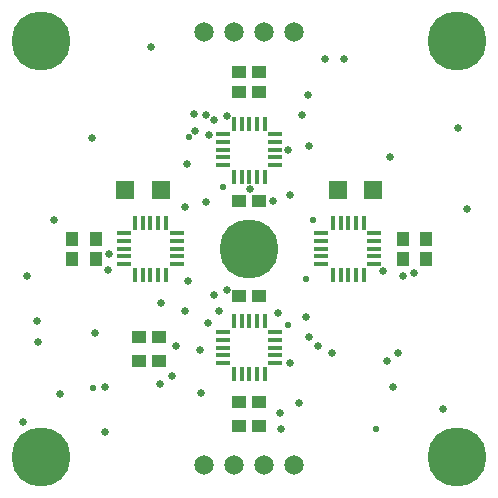
<source format=gbr>
G04 EAGLE Gerber RS-274X export*
G75*
%MOMM*%
%FSLAX34Y34*%
%LPD*%
%INSoldermask Top*%
%IPPOS*%
%AMOC8*
5,1,8,0,0,1.08239X$1,22.5*%
G01*
%ADD10R,1.227000X1.127000*%
%ADD11R,1.127000X1.227000*%
%ADD12R,1.527000X1.627000*%
%ADD13C,1.657000*%
%ADD14R,1.227000X0.427000*%
%ADD15R,0.427000X1.227000*%
%ADD16C,3.327000*%
%ADD17C,5.000000*%
%ADD18C,0.652000*%
%ADD19C,0.584200*%


D10*
X191500Y70000D03*
X208500Y70000D03*
D11*
X70000Y191500D03*
X70000Y208500D03*
X50000Y191500D03*
X50000Y208500D03*
D10*
X208500Y350000D03*
X191500Y350000D03*
X208500Y333000D03*
X191500Y333000D03*
D11*
X350000Y208500D03*
X350000Y191500D03*
X330000Y208500D03*
X330000Y191500D03*
D10*
X191500Y50000D03*
X208500Y50000D03*
D12*
X125000Y250000D03*
X95000Y250000D03*
D13*
X161900Y16500D03*
X187300Y16500D03*
X212700Y16500D03*
X238100Y16500D03*
X161900Y383500D03*
X187300Y383500D03*
X212700Y383500D03*
X238100Y383500D03*
D10*
X123500Y125000D03*
X106500Y125000D03*
X123500Y105000D03*
X106500Y105000D03*
X191500Y160000D03*
X208500Y160000D03*
X208500Y240000D03*
X191500Y240000D03*
D14*
X178000Y129120D03*
X178000Y122620D03*
X178000Y116120D03*
X178000Y109620D03*
X178000Y103120D03*
D15*
X187000Y94120D03*
X193500Y94120D03*
X200000Y94120D03*
X206500Y94120D03*
X213000Y94120D03*
D14*
X222000Y103120D03*
X222000Y109620D03*
X222000Y116120D03*
X222000Y122620D03*
X222000Y129120D03*
D15*
X213000Y139120D03*
X206500Y139120D03*
X200000Y139120D03*
X193500Y139120D03*
X187000Y139120D03*
X270880Y178000D03*
X277380Y178000D03*
X283880Y178000D03*
X290380Y178000D03*
X296880Y178000D03*
D14*
X305880Y187000D03*
X305880Y193500D03*
X305880Y200000D03*
X305880Y206500D03*
X305880Y213000D03*
D15*
X296880Y222000D03*
X290380Y222000D03*
X283880Y222000D03*
X277380Y222000D03*
X270880Y222000D03*
D14*
X260880Y213000D03*
X260880Y206500D03*
X260880Y200000D03*
X260880Y193500D03*
X260880Y187000D03*
D15*
X129120Y222000D03*
X122620Y222000D03*
X116120Y222000D03*
X109620Y222000D03*
X103120Y222000D03*
D14*
X94120Y213000D03*
X94120Y206500D03*
X94120Y200000D03*
X94120Y193500D03*
X94120Y187000D03*
D15*
X103120Y178000D03*
X109620Y178000D03*
X116120Y178000D03*
X122620Y178000D03*
X129120Y178000D03*
D14*
X139120Y187000D03*
X139120Y193500D03*
X139120Y200000D03*
X139120Y206500D03*
X139120Y213000D03*
X222000Y270880D03*
X222000Y277380D03*
X222000Y283880D03*
X222000Y290380D03*
X222000Y296880D03*
D15*
X213000Y305880D03*
X206500Y305880D03*
X200000Y305880D03*
X193500Y305880D03*
X187000Y305880D03*
D14*
X178000Y296880D03*
X178000Y290380D03*
X178000Y283880D03*
X178000Y277380D03*
X178000Y270880D03*
D15*
X187000Y260880D03*
X193500Y260880D03*
X200000Y260880D03*
X206500Y260880D03*
X213000Y260880D03*
D16*
X24000Y24000D03*
D17*
X24000Y24000D03*
D16*
X200000Y200000D03*
D17*
X200000Y200000D03*
D16*
X24000Y376000D03*
D17*
X24000Y376000D03*
D16*
X376000Y376000D03*
D17*
X376000Y376000D03*
D16*
X376000Y24000D03*
D17*
X376000Y24000D03*
D12*
X275000Y250000D03*
X305000Y250000D03*
D18*
X148000Y173000D03*
X270400Y111700D03*
X264300Y360400D03*
X377000Y302000D03*
X35000Y224000D03*
X117000Y371000D03*
X364000Y64000D03*
D19*
X307000Y47000D03*
X248000Y174000D03*
X253900Y224400D03*
X68000Y82000D03*
X233000Y135000D03*
X177900Y252000D03*
X149000Y295000D03*
D18*
X313343Y181300D03*
X339400Y179600D03*
X124600Y85500D03*
X20800Y120700D03*
X147300Y271900D03*
X249700Y330300D03*
X227000Y47000D03*
X280000Y361000D03*
X8000Y53000D03*
X69000Y129000D03*
X20000Y139000D03*
X78000Y83000D03*
X384000Y234000D03*
X154380Y299380D03*
X319200Y277400D03*
X12000Y177000D03*
X40000Y77000D03*
X78000Y45000D03*
X250419Y286961D03*
X181000Y165000D03*
X258300Y117600D03*
X326000Y112000D03*
X322000Y83000D03*
X159000Y78000D03*
X158000Y114343D03*
X226000Y61000D03*
X242000Y69000D03*
X317000Y105000D03*
X146000Y147000D03*
X174000Y147000D03*
X125000Y154000D03*
X81600Y195700D03*
X224000Y146000D03*
X80700Y181600D03*
X138000Y118000D03*
X165000Y137000D03*
X330200Y176500D03*
X134500Y92500D03*
X146000Y235000D03*
X248300Y142600D03*
X220000Y240000D03*
X181000Y312343D03*
X67000Y293950D03*
X153000Y314000D03*
X233000Y284000D03*
X163000Y313000D03*
X250200Y125100D03*
X234400Y103400D03*
X170000Y309000D03*
X244600Y313200D03*
X166000Y296000D03*
X234900Y245200D03*
X170393Y160493D03*
X163500Y239800D03*
X201000Y250800D03*
M02*

</source>
